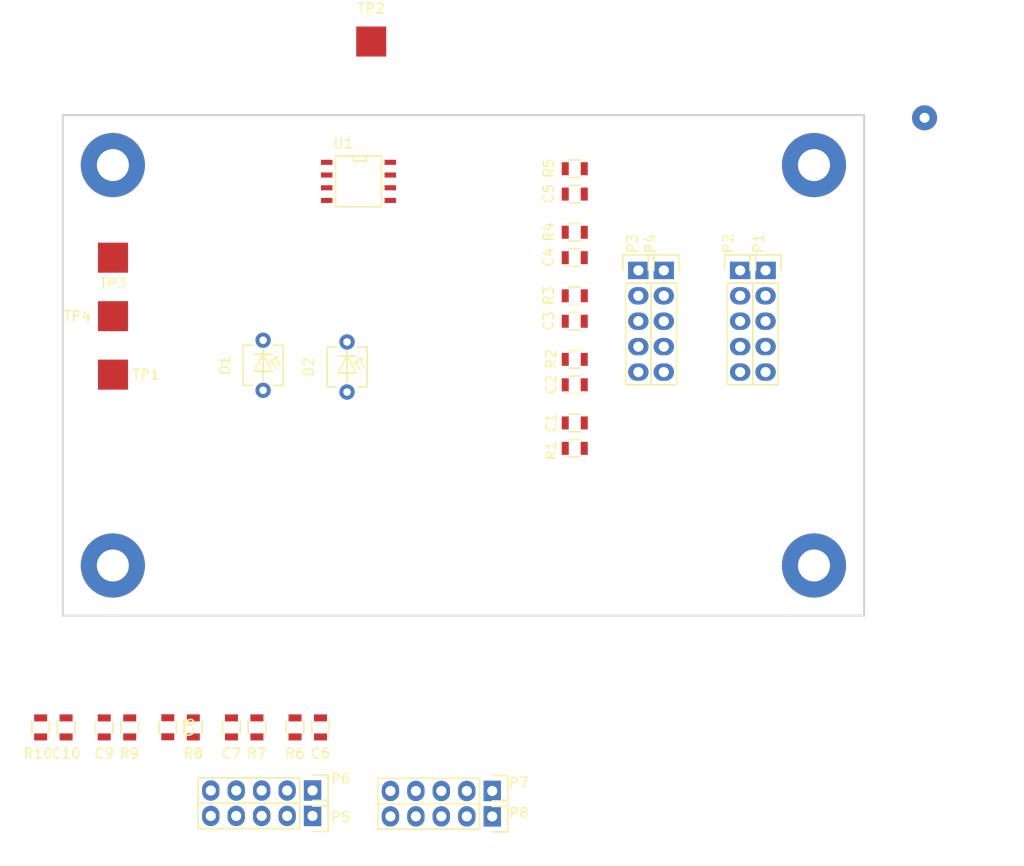
<source format=kicad_pcb>
(kicad_pcb (version 4) (host pcbnew 4.0.5+dfsg1-4)

  (general
    (links 79)
    (no_connects 79)
    (area 106.899999 80.899999 187.100001 131.100001)
    (thickness 1.6)
    (drawings 10)
    (tracks 0)
    (zones 0)
    (modules 40)
    (nets 19)
  )

  (page A4)
  (layers
    (0 F.Cu signal)
    (31 B.Cu signal hide)
    (32 B.Adhes user)
    (33 F.Adhes user)
    (34 B.Paste user)
    (35 F.Paste user)
    (36 B.SilkS user)
    (37 F.SilkS user)
    (38 B.Mask user)
    (39 F.Mask user)
    (40 Dwgs.User user hide)
    (41 Cmts.User user)
    (42 Eco1.User user)
    (43 Eco2.User user)
    (44 Edge.Cuts user)
    (45 Margin user)
    (46 B.CrtYd user)
    (47 F.CrtYd user)
    (48 B.Fab user)
    (49 F.Fab user)
  )

  (setup
    (last_trace_width 0.5)
    (user_trace_width 0.5)
    (trace_clearance 0.2)
    (zone_clearance 0.3)
    (zone_45_only no)
    (trace_min 0.2)
    (segment_width 0.2)
    (edge_width 0.2)
    (via_size 0.6)
    (via_drill 0.4)
    (via_min_size 0.4)
    (via_min_drill 0.3)
    (user_via 1 0.5)
    (uvia_size 0.3)
    (uvia_drill 0.1)
    (uvias_allowed no)
    (uvia_min_size 0.2)
    (uvia_min_drill 0.1)
    (pcb_text_width 0.3)
    (pcb_text_size 1.5 1.5)
    (mod_edge_width 0.15)
    (mod_text_size 1 1)
    (mod_text_width 0.15)
    (pad_size 2.49936 2.49936)
    (pad_drill 1.00076)
    (pad_to_mask_clearance 0.2)
    (aux_axis_origin 0 0)
    (visible_elements FFFEFF7F)
    (pcbplotparams
      (layerselection 0x00030_80000001)
      (usegerberextensions false)
      (excludeedgelayer true)
      (linewidth 0.100000)
      (plotframeref false)
      (viasonmask false)
      (mode 1)
      (useauxorigin false)
      (hpglpennumber 1)
      (hpglpenspeed 20)
      (hpglpendiameter 15)
      (hpglpenoverlay 2)
      (psnegative false)
      (psa4output false)
      (plotreference true)
      (plotvalue true)
      (plotinvisibletext false)
      (padsonsilk false)
      (subtractmaskfromsilk false)
      (outputformat 1)
      (mirror false)
      (drillshape 1)
      (scaleselection 1)
      (outputdirectory ""))
  )

  (net 0 "")
  (net 1 "Net-(C1-Pad1)")
  (net 2 "Net-(C2-Pad1)")
  (net 3 "Net-(C3-Pad1)")
  (net 4 "Net-(C4-Pad1)")
  (net 5 "Net-(C5-Pad1)")
  (net 6 "Net-(P1-Pad1)")
  (net 7 "Net-(P4-Pad1)")
  (net 8 GND)
  (net 9 +5V)
  (net 10 "Net-(C6-Pad1)")
  (net 11 "Net-(C7-Pad1)")
  (net 12 "Net-(C8-Pad1)")
  (net 13 "Net-(C9-Pad1)")
  (net 14 "Net-(C10-Pad1)")
  (net 15 "Net-(P5-Pad1)")
  (net 16 "Net-(P7-Pad1)")
  (net 17 "Net-(C1-Pad2)")
  (net 18 "Net-(C10-Pad2)")

  (net_class Default "This is the default net class."
    (clearance 0.2)
    (trace_width 0.25)
    (via_dia 0.6)
    (via_drill 0.4)
    (uvia_dia 0.3)
    (uvia_drill 0.1)
    (add_net +5V)
    (add_net GND)
    (add_net "Net-(C1-Pad1)")
    (add_net "Net-(C1-Pad2)")
    (add_net "Net-(C10-Pad1)")
    (add_net "Net-(C10-Pad2)")
    (add_net "Net-(C2-Pad1)")
    (add_net "Net-(C3-Pad1)")
    (add_net "Net-(C4-Pad1)")
    (add_net "Net-(C5-Pad1)")
    (add_net "Net-(C6-Pad1)")
    (add_net "Net-(C7-Pad1)")
    (add_net "Net-(C8-Pad1)")
    (add_net "Net-(C9-Pad1)")
    (add_net "Net-(P1-Pad1)")
    (add_net "Net-(P4-Pad1)")
    (add_net "Net-(P5-Pad1)")
    (add_net "Net-(P7-Pad1)")
  )

  (module Wire_Pads:SolderWirePad_single_1mmDrill (layer F.Cu) (tedit 58FF5630) (tstamp 58FFB7ED)
    (at 193.04 81.28)
    (fp_text reference REF** (at 0 -3.81) (layer F.SilkS) hide
      (effects (font (size 1 1) (thickness 0.15)))
    )
    (fp_text value SolderWirePad_single_1mmDrill (at -1.905 3.175) (layer F.Fab)
      (effects (font (size 1 1) (thickness 0.15)))
    )
    (pad 1 thru_hole circle (at 0 0) (size 2.49936 2.49936) (drill 1.00076) (layers *.Cu)
      (net 8 GND))
  )

  (module Mounting_Holes:MountingHole_3.2mm_M3_Pad (layer F.Cu) (tedit 58FF5599) (tstamp 58FF0A6E)
    (at 182 126)
    (descr "Mounting Hole 3.2mm, M3")
    (tags "mounting hole 3.2mm m3")
    (fp_text reference REF** (at 0 -4.2) (layer F.SilkS) hide
      (effects (font (size 1 1) (thickness 0.15)))
    )
    (fp_text value MountingHole_3.2mm_M3_Pad (at 0 4.2) (layer F.Fab)
      (effects (font (size 1 1) (thickness 0.15)))
    )
    (fp_circle (center 0 0) (end 3.2 0) (layer Cmts.User) (width 0.15))
    (fp_circle (center 0 0) (end 3.45 0) (layer F.CrtYd) (width 0.05))
    (pad 1 thru_hole circle (at 0 0) (size 6.4 6.4) (drill 3.2) (layers *.Cu *.Mask))
  )

  (module Pin_Headers:Pin_Header_Straight_1x05 (layer F.Cu) (tedit 59034155) (tstamp 5900189A)
    (at 177.165 96.52)
    (descr "Through hole pin header")
    (tags "pin header")
    (path /58FDBBF8)
    (fp_text reference P1 (at -0.7 -2.698 90) (layer F.SilkS)
      (effects (font (size 1 1) (thickness 0.15)))
    )
    (fp_text value CONN_01X05 (at 0 -3.1) (layer F.Fab)
      (effects (font (size 1 1) (thickness 0.15)))
    )
    (fp_line (start -1.55 0) (end -1.55 -1.55) (layer F.SilkS) (width 0.15))
    (fp_line (start -1.55 -1.55) (end 1.55 -1.55) (layer F.SilkS) (width 0.15))
    (fp_line (start 1.55 -1.55) (end 1.55 0) (layer F.SilkS) (width 0.15))
    (fp_line (start -1.75 -1.75) (end -1.75 11.95) (layer F.CrtYd) (width 0.05))
    (fp_line (start 1.75 -1.75) (end 1.75 11.95) (layer F.CrtYd) (width 0.05))
    (fp_line (start -1.75 -1.75) (end 1.75 -1.75) (layer F.CrtYd) (width 0.05))
    (fp_line (start -1.75 11.95) (end 1.75 11.95) (layer F.CrtYd) (width 0.05))
    (fp_line (start 1.27 1.27) (end 1.27 11.43) (layer F.SilkS) (width 0.15))
    (fp_line (start 1.27 11.43) (end -1.27 11.43) (layer F.SilkS) (width 0.15))
    (fp_line (start -1.27 11.43) (end -1.27 1.27) (layer F.SilkS) (width 0.15))
    (fp_line (start 1.27 1.27) (end -1.27 1.27) (layer F.SilkS) (width 0.15))
    (pad 1 thru_hole rect (at 0 0) (size 2.032 1.7272) (drill 1.016) (layers *.Cu *.Mask)
      (net 6 "Net-(P1-Pad1)"))
    (pad 2 thru_hole oval (at 0 2.54) (size 2.032 1.7272) (drill 1.016) (layers *.Cu *.Mask)
      (net 6 "Net-(P1-Pad1)"))
    (pad 3 thru_hole oval (at 0 5.08) (size 2.032 1.7272) (drill 1.016) (layers *.Cu *.Mask)
      (net 6 "Net-(P1-Pad1)"))
    (pad 4 thru_hole oval (at 0 7.62) (size 2.032 1.7272) (drill 1.016) (layers *.Cu *.Mask)
      (net 6 "Net-(P1-Pad1)"))
    (pad 5 thru_hole oval (at 0 10.16) (size 2.032 1.7272) (drill 1.016) (layers *.Cu *.Mask)
      (net 6 "Net-(P1-Pad1)"))
    (model Pin_Headers.3dshapes/Pin_Header_Straight_1x05.wrl
      (at (xyz 0 -0.2 0))
      (scale (xyz 1 1 1))
      (rotate (xyz 0 0 90))
    )
  )

  (module Pin_Headers:Pin_Header_Straight_1x05 (layer F.Cu) (tedit 59034157) (tstamp 590018AE)
    (at 174.625 96.52)
    (descr "Through hole pin header")
    (tags "pin header")
    (path /58FDC421)
    (fp_text reference P2 (at -1.208 -2.698 90) (layer F.SilkS)
      (effects (font (size 1 1) (thickness 0.15)))
    )
    (fp_text value CONN_01X05 (at 0 -3.1) (layer F.Fab)
      (effects (font (size 1 1) (thickness 0.15)))
    )
    (fp_line (start -1.55 0) (end -1.55 -1.55) (layer F.SilkS) (width 0.15))
    (fp_line (start -1.55 -1.55) (end 1.55 -1.55) (layer F.SilkS) (width 0.15))
    (fp_line (start 1.55 -1.55) (end 1.55 0) (layer F.SilkS) (width 0.15))
    (fp_line (start -1.75 -1.75) (end -1.75 11.95) (layer F.CrtYd) (width 0.05))
    (fp_line (start 1.75 -1.75) (end 1.75 11.95) (layer F.CrtYd) (width 0.05))
    (fp_line (start -1.75 -1.75) (end 1.75 -1.75) (layer F.CrtYd) (width 0.05))
    (fp_line (start -1.75 11.95) (end 1.75 11.95) (layer F.CrtYd) (width 0.05))
    (fp_line (start 1.27 1.27) (end 1.27 11.43) (layer F.SilkS) (width 0.15))
    (fp_line (start 1.27 11.43) (end -1.27 11.43) (layer F.SilkS) (width 0.15))
    (fp_line (start -1.27 11.43) (end -1.27 1.27) (layer F.SilkS) (width 0.15))
    (fp_line (start 1.27 1.27) (end -1.27 1.27) (layer F.SilkS) (width 0.15))
    (pad 1 thru_hole rect (at 0 0) (size 2.032 1.7272) (drill 1.016) (layers *.Cu *.Mask)
      (net 5 "Net-(C5-Pad1)"))
    (pad 2 thru_hole oval (at 0 2.54) (size 2.032 1.7272) (drill 1.016) (layers *.Cu *.Mask)
      (net 4 "Net-(C4-Pad1)"))
    (pad 3 thru_hole oval (at 0 5.08) (size 2.032 1.7272) (drill 1.016) (layers *.Cu *.Mask)
      (net 3 "Net-(C3-Pad1)"))
    (pad 4 thru_hole oval (at 0 7.62) (size 2.032 1.7272) (drill 1.016) (layers *.Cu *.Mask)
      (net 2 "Net-(C2-Pad1)"))
    (pad 5 thru_hole oval (at 0 10.16) (size 2.032 1.7272) (drill 1.016) (layers *.Cu *.Mask)
      (net 1 "Net-(C1-Pad1)"))
    (model Pin_Headers.3dshapes/Pin_Header_Straight_1x05.wrl
      (at (xyz 0 -0.2 0))
      (scale (xyz 1 1 1))
      (rotate (xyz 0 0 90))
    )
  )

  (module Pin_Headers:Pin_Header_Straight_1x05 (layer F.Cu) (tedit 58FF55EC) (tstamp 590018C2)
    (at 164.465 96.52)
    (descr "Through hole pin header")
    (tags "pin header")
    (path /58FDC9E0)
    (fp_text reference P3 (at -0.573 -2.698 90) (layer F.SilkS)
      (effects (font (size 1 1) (thickness 0.15)))
    )
    (fp_text value CONN_01X05 (at 0 -3.1) (layer F.Fab)
      (effects (font (size 1 1) (thickness 0.15)))
    )
    (fp_line (start -1.55 0) (end -1.55 -1.55) (layer F.SilkS) (width 0.15))
    (fp_line (start -1.55 -1.55) (end 1.55 -1.55) (layer F.SilkS) (width 0.15))
    (fp_line (start 1.55 -1.55) (end 1.55 0) (layer F.SilkS) (width 0.15))
    (fp_line (start -1.75 -1.75) (end -1.75 11.95) (layer F.CrtYd) (width 0.05))
    (fp_line (start 1.75 -1.75) (end 1.75 11.95) (layer F.CrtYd) (width 0.05))
    (fp_line (start -1.75 -1.75) (end 1.75 -1.75) (layer F.CrtYd) (width 0.05))
    (fp_line (start -1.75 11.95) (end 1.75 11.95) (layer F.CrtYd) (width 0.05))
    (fp_line (start 1.27 1.27) (end 1.27 11.43) (layer F.SilkS) (width 0.15))
    (fp_line (start 1.27 11.43) (end -1.27 11.43) (layer F.SilkS) (width 0.15))
    (fp_line (start -1.27 11.43) (end -1.27 1.27) (layer F.SilkS) (width 0.15))
    (fp_line (start 1.27 1.27) (end -1.27 1.27) (layer F.SilkS) (width 0.15))
    (pad 1 thru_hole rect (at 0 0) (size 2.032 1.7272) (drill 1.016) (layers *.Cu *.Mask)
      (net 5 "Net-(C5-Pad1)"))
    (pad 2 thru_hole oval (at 0 2.54) (size 2.032 1.7272) (drill 1.016) (layers *.Cu *.Mask)
      (net 4 "Net-(C4-Pad1)"))
    (pad 3 thru_hole oval (at 0 5.08) (size 2.032 1.7272) (drill 1.016) (layers *.Cu *.Mask)
      (net 3 "Net-(C3-Pad1)"))
    (pad 4 thru_hole oval (at 0 7.62) (size 2.032 1.7272) (drill 1.016) (layers *.Cu *.Mask)
      (net 2 "Net-(C2-Pad1)"))
    (pad 5 thru_hole oval (at 0 10.16) (size 2.032 1.7272) (drill 1.016) (layers *.Cu *.Mask)
      (net 1 "Net-(C1-Pad1)"))
    (model Pin_Headers.3dshapes/Pin_Header_Straight_1x05.wrl
      (at (xyz 0 -0.2 0))
      (scale (xyz 1 1 1))
      (rotate (xyz 0 0 90))
    )
  )

  (module Pin_Headers:Pin_Header_Straight_1x05 (layer F.Cu) (tedit 58FF55DB) (tstamp 590018D6)
    (at 167.005 96.52)
    (descr "Through hole pin header")
    (tags "pin header")
    (path /58FDC97C)
    (fp_text reference P4 (at -1.335 -2.698 90) (layer F.SilkS)
      (effects (font (size 1 1) (thickness 0.15)))
    )
    (fp_text value CONN_01X05 (at 0 -3.1) (layer F.Fab)
      (effects (font (size 1 1) (thickness 0.15)))
    )
    (fp_line (start -1.55 0) (end -1.55 -1.55) (layer F.SilkS) (width 0.15))
    (fp_line (start -1.55 -1.55) (end 1.55 -1.55) (layer F.SilkS) (width 0.15))
    (fp_line (start 1.55 -1.55) (end 1.55 0) (layer F.SilkS) (width 0.15))
    (fp_line (start -1.75 -1.75) (end -1.75 11.95) (layer F.CrtYd) (width 0.05))
    (fp_line (start 1.75 -1.75) (end 1.75 11.95) (layer F.CrtYd) (width 0.05))
    (fp_line (start -1.75 -1.75) (end 1.75 -1.75) (layer F.CrtYd) (width 0.05))
    (fp_line (start -1.75 11.95) (end 1.75 11.95) (layer F.CrtYd) (width 0.05))
    (fp_line (start 1.27 1.27) (end 1.27 11.43) (layer F.SilkS) (width 0.15))
    (fp_line (start 1.27 11.43) (end -1.27 11.43) (layer F.SilkS) (width 0.15))
    (fp_line (start -1.27 11.43) (end -1.27 1.27) (layer F.SilkS) (width 0.15))
    (fp_line (start 1.27 1.27) (end -1.27 1.27) (layer F.SilkS) (width 0.15))
    (pad 1 thru_hole rect (at 0 0) (size 2.032 1.7272) (drill 1.016) (layers *.Cu *.Mask)
      (net 7 "Net-(P4-Pad1)"))
    (pad 2 thru_hole oval (at 0 2.54) (size 2.032 1.7272) (drill 1.016) (layers *.Cu *.Mask)
      (net 7 "Net-(P4-Pad1)"))
    (pad 3 thru_hole oval (at 0 5.08) (size 2.032 1.7272) (drill 1.016) (layers *.Cu *.Mask)
      (net 7 "Net-(P4-Pad1)"))
    (pad 4 thru_hole oval (at 0 7.62) (size 2.032 1.7272) (drill 1.016) (layers *.Cu *.Mask)
      (net 7 "Net-(P4-Pad1)"))
    (pad 5 thru_hole oval (at 0 10.16) (size 2.032 1.7272) (drill 1.016) (layers *.Cu *.Mask)
      (net 7 "Net-(P4-Pad1)"))
    (model Pin_Headers.3dshapes/Pin_Header_Straight_1x05.wrl
      (at (xyz 0 -0.2 0))
      (scale (xyz 1 1 1))
      (rotate (xyz 0 0 90))
    )
  )

  (module Photodiodes:BPW34FA (layer F.Cu) (tedit 58FDDC7C) (tstamp 59009014)
    (at 127 106 270)
    (path /58FDDC96)
    (fp_text reference D1 (at 0 3.81 270) (layer F.SilkS)
      (effects (font (size 1 1) (thickness 0.15)))
    )
    (fp_text value BPW34FA (at 0 -3.81 270) (layer F.Fab)
      (effects (font (size 1 1) (thickness 0.15)))
    )
    (fp_line (start -0.8 -1.2) (end -0.6 -1.1) (layer F.SilkS) (width 0.15))
    (fp_line (start -0.8 -1.2) (end -0.8 -1.5) (layer F.SilkS) (width 0.15))
    (fp_line (start -0.5 -0.8) (end -0.5 -1) (layer F.SilkS) (width 0.15))
    (fp_line (start -0.5 -1) (end -0.5 -0.8) (layer F.SilkS) (width 0.15))
    (fp_line (start -0.5 -0.8) (end -0.3 -0.7) (layer F.SilkS) (width 0.15))
    (fp_line (start -0.5 -0.8) (end 0.3 -1.3) (layer F.SilkS) (width 0.15))
    (fp_line (start -0.8 -1.2) (end 0 -1.7) (layer F.SilkS) (width 0.15))
    (fp_line (start -1.1 -0.9) (end -1.1 0.9) (layer F.SilkS) (width 0.15))
    (fp_line (start -1.1 0) (end 0.6 0.9) (layer F.SilkS) (width 0.15))
    (fp_line (start 0.6 0) (end 0.6 0.9) (layer F.SilkS) (width 0.15))
    (fp_line (start 0.6 -0.9) (end 0.6 0) (layer F.SilkS) (width 0.15))
    (fp_line (start -1.1 0) (end 0.6 -0.9) (layer F.SilkS) (width 0.15))
    (fp_line (start -1.6 0) (end 1.5 0) (layer F.SilkS) (width 0.15))
    (fp_line (start 1.5 0) (end 1.6 0) (layer F.SilkS) (width 0.15))
    (fp_line (start 2 1) (end 2 2) (layer F.SilkS) (width 0.15))
    (fp_line (start 2 -2) (end 2 -1) (layer F.SilkS) (width 0.15))
    (fp_line (start -2 1) (end -2 2) (layer F.SilkS) (width 0.15))
    (fp_line (start -2 -2) (end 2 -2) (layer F.SilkS) (width 0.15))
    (fp_line (start -2 2) (end 2 2) (layer F.SilkS) (width 0.15))
    (fp_line (start -2 -2) (end -2 -1) (layer F.SilkS) (width 0.15))
    (pad 1 thru_hole circle (at -2.5 0 270) (size 1.524 1.524) (drill 0.762) (layers *.Cu *.Mask)
      (net 17 "Net-(C1-Pad2)"))
    (pad 2 thru_hole circle (at 2.5 0 270) (size 1.524 1.524) (drill 0.762) (layers *.Cu *.Mask)
      (net 8 GND))
  )

  (module Photodiodes:BPW34FA (layer F.Cu) (tedit 58FDDC7C) (tstamp 59009298)
    (at 135.382 106.172 270)
    (path /58FE921C)
    (fp_text reference D2 (at 0 3.81 270) (layer F.SilkS)
      (effects (font (size 1 1) (thickness 0.15)))
    )
    (fp_text value BPW34 (at 0 -3.81 270) (layer F.Fab)
      (effects (font (size 1 1) (thickness 0.15)))
    )
    (fp_line (start -0.8 -1.2) (end -0.6 -1.1) (layer F.SilkS) (width 0.15))
    (fp_line (start -0.8 -1.2) (end -0.8 -1.5) (layer F.SilkS) (width 0.15))
    (fp_line (start -0.5 -0.8) (end -0.5 -1) (layer F.SilkS) (width 0.15))
    (fp_line (start -0.5 -1) (end -0.5 -0.8) (layer F.SilkS) (width 0.15))
    (fp_line (start -0.5 -0.8) (end -0.3 -0.7) (layer F.SilkS) (width 0.15))
    (fp_line (start -0.5 -0.8) (end 0.3 -1.3) (layer F.SilkS) (width 0.15))
    (fp_line (start -0.8 -1.2) (end 0 -1.7) (layer F.SilkS) (width 0.15))
    (fp_line (start -1.1 -0.9) (end -1.1 0.9) (layer F.SilkS) (width 0.15))
    (fp_line (start -1.1 0) (end 0.6 0.9) (layer F.SilkS) (width 0.15))
    (fp_line (start 0.6 0) (end 0.6 0.9) (layer F.SilkS) (width 0.15))
    (fp_line (start 0.6 -0.9) (end 0.6 0) (layer F.SilkS) (width 0.15))
    (fp_line (start -1.1 0) (end 0.6 -0.9) (layer F.SilkS) (width 0.15))
    (fp_line (start -1.6 0) (end 1.5 0) (layer F.SilkS) (width 0.15))
    (fp_line (start 1.5 0) (end 1.6 0) (layer F.SilkS) (width 0.15))
    (fp_line (start 2 1) (end 2 2) (layer F.SilkS) (width 0.15))
    (fp_line (start 2 -2) (end 2 -1) (layer F.SilkS) (width 0.15))
    (fp_line (start -2 1) (end -2 2) (layer F.SilkS) (width 0.15))
    (fp_line (start -2 -2) (end 2 -2) (layer F.SilkS) (width 0.15))
    (fp_line (start -2 2) (end 2 2) (layer F.SilkS) (width 0.15))
    (fp_line (start -2 -2) (end -2 -1) (layer F.SilkS) (width 0.15))
    (pad 1 thru_hole circle (at -2.5 0 270) (size 1.524 1.524) (drill 0.762) (layers *.Cu *.Mask)
      (net 18 "Net-(C10-Pad2)"))
    (pad 2 thru_hole circle (at 2.5 0 270) (size 1.524 1.524) (drill 0.762) (layers *.Cu *.Mask)
      (net 8 GND))
  )

  (module Pin_Headers:Pin_Header_Straight_1x05 (layer F.Cu) (tedit 58FF55E4) (tstamp 590092AC)
    (at 131.937 151.02 270)
    (descr "Through hole pin header")
    (tags "pin header")
    (path /58FE91E6)
    (fp_text reference P5 (at 0.11 -2.81 360) (layer F.SilkS)
      (effects (font (size 1 1) (thickness 0.15)))
    )
    (fp_text value CONN_01X05 (at 0 -3.1 270) (layer F.Fab)
      (effects (font (size 1 1) (thickness 0.15)))
    )
    (fp_line (start -1.55 0) (end -1.55 -1.55) (layer F.SilkS) (width 0.15))
    (fp_line (start -1.55 -1.55) (end 1.55 -1.55) (layer F.SilkS) (width 0.15))
    (fp_line (start 1.55 -1.55) (end 1.55 0) (layer F.SilkS) (width 0.15))
    (fp_line (start -1.75 -1.75) (end -1.75 11.95) (layer F.CrtYd) (width 0.05))
    (fp_line (start 1.75 -1.75) (end 1.75 11.95) (layer F.CrtYd) (width 0.05))
    (fp_line (start -1.75 -1.75) (end 1.75 -1.75) (layer F.CrtYd) (width 0.05))
    (fp_line (start -1.75 11.95) (end 1.75 11.95) (layer F.CrtYd) (width 0.05))
    (fp_line (start 1.27 1.27) (end 1.27 11.43) (layer F.SilkS) (width 0.15))
    (fp_line (start 1.27 11.43) (end -1.27 11.43) (layer F.SilkS) (width 0.15))
    (fp_line (start -1.27 11.43) (end -1.27 1.27) (layer F.SilkS) (width 0.15))
    (fp_line (start 1.27 1.27) (end -1.27 1.27) (layer F.SilkS) (width 0.15))
    (pad 1 thru_hole rect (at 0 0 270) (size 2.032 1.7272) (drill 1.016) (layers *.Cu *.Mask)
      (net 15 "Net-(P5-Pad1)"))
    (pad 2 thru_hole oval (at 0 2.54 270) (size 2.032 1.7272) (drill 1.016) (layers *.Cu *.Mask)
      (net 15 "Net-(P5-Pad1)"))
    (pad 3 thru_hole oval (at 0 5.08 270) (size 2.032 1.7272) (drill 1.016) (layers *.Cu *.Mask)
      (net 15 "Net-(P5-Pad1)"))
    (pad 4 thru_hole oval (at 0 7.62 270) (size 2.032 1.7272) (drill 1.016) (layers *.Cu *.Mask)
      (net 15 "Net-(P5-Pad1)"))
    (pad 5 thru_hole oval (at 0 10.16 270) (size 2.032 1.7272) (drill 1.016) (layers *.Cu *.Mask)
      (net 15 "Net-(P5-Pad1)"))
    (model Pin_Headers.3dshapes/Pin_Header_Straight_1x05.wrl
      (at (xyz 0 -0.2 0))
      (scale (xyz 1 1 1))
      (rotate (xyz 0 0 90))
    )
  )

  (module Pin_Headers:Pin_Header_Straight_1x05 (layer F.Cu) (tedit 58FF55EF) (tstamp 590092C0)
    (at 131.937 148.48 270)
    (descr "Through hole pin header")
    (tags "pin header")
    (path /58FE928D)
    (fp_text reference P6 (at -1.16 -2.81 360) (layer F.SilkS)
      (effects (font (size 1 1) (thickness 0.15)))
    )
    (fp_text value CONN_01X05 (at 0 -3.1 270) (layer F.Fab)
      (effects (font (size 1 1) (thickness 0.15)))
    )
    (fp_line (start -1.55 0) (end -1.55 -1.55) (layer F.SilkS) (width 0.15))
    (fp_line (start -1.55 -1.55) (end 1.55 -1.55) (layer F.SilkS) (width 0.15))
    (fp_line (start 1.55 -1.55) (end 1.55 0) (layer F.SilkS) (width 0.15))
    (fp_line (start -1.75 -1.75) (end -1.75 11.95) (layer F.CrtYd) (width 0.05))
    (fp_line (start 1.75 -1.75) (end 1.75 11.95) (layer F.CrtYd) (width 0.05))
    (fp_line (start -1.75 -1.75) (end 1.75 -1.75) (layer F.CrtYd) (width 0.05))
    (fp_line (start -1.75 11.95) (end 1.75 11.95) (layer F.CrtYd) (width 0.05))
    (fp_line (start 1.27 1.27) (end 1.27 11.43) (layer F.SilkS) (width 0.15))
    (fp_line (start 1.27 11.43) (end -1.27 11.43) (layer F.SilkS) (width 0.15))
    (fp_line (start -1.27 11.43) (end -1.27 1.27) (layer F.SilkS) (width 0.15))
    (fp_line (start 1.27 1.27) (end -1.27 1.27) (layer F.SilkS) (width 0.15))
    (pad 1 thru_hole rect (at 0 0 270) (size 2.032 1.7272) (drill 1.016) (layers *.Cu *.Mask)
      (net 10 "Net-(C6-Pad1)"))
    (pad 2 thru_hole oval (at 0 2.54 270) (size 2.032 1.7272) (drill 1.016) (layers *.Cu *.Mask)
      (net 11 "Net-(C7-Pad1)"))
    (pad 3 thru_hole oval (at 0 5.08 270) (size 2.032 1.7272) (drill 1.016) (layers *.Cu *.Mask)
      (net 12 "Net-(C8-Pad1)"))
    (pad 4 thru_hole oval (at 0 7.62 270) (size 2.032 1.7272) (drill 1.016) (layers *.Cu *.Mask)
      (net 13 "Net-(C9-Pad1)"))
    (pad 5 thru_hole oval (at 0 10.16 270) (size 2.032 1.7272) (drill 1.016) (layers *.Cu *.Mask)
      (net 14 "Net-(C10-Pad1)"))
    (model Pin_Headers.3dshapes/Pin_Header_Straight_1x05.wrl
      (at (xyz 0 -0.2 0))
      (scale (xyz 1 1 1))
      (rotate (xyz 0 0 90))
    )
  )

  (module Pin_Headers:Pin_Header_Straight_1x05 (layer F.Cu) (tedit 5903413E) (tstamp 590092D4)
    (at 149.875 148.525 270)
    (descr "Through hole pin header")
    (tags "pin header")
    (path /58FE91CE)
    (fp_text reference P7 (at -0.824 -2.652 360) (layer F.SilkS)
      (effects (font (size 1 1) (thickness 0.15)))
    )
    (fp_text value CONN_01X05 (at 0 -3.1 270) (layer F.Fab)
      (effects (font (size 1 1) (thickness 0.15)))
    )
    (fp_line (start -1.55 0) (end -1.55 -1.55) (layer F.SilkS) (width 0.15))
    (fp_line (start -1.55 -1.55) (end 1.55 -1.55) (layer F.SilkS) (width 0.15))
    (fp_line (start 1.55 -1.55) (end 1.55 0) (layer F.SilkS) (width 0.15))
    (fp_line (start -1.75 -1.75) (end -1.75 11.95) (layer F.CrtYd) (width 0.05))
    (fp_line (start 1.75 -1.75) (end 1.75 11.95) (layer F.CrtYd) (width 0.05))
    (fp_line (start -1.75 -1.75) (end 1.75 -1.75) (layer F.CrtYd) (width 0.05))
    (fp_line (start -1.75 11.95) (end 1.75 11.95) (layer F.CrtYd) (width 0.05))
    (fp_line (start 1.27 1.27) (end 1.27 11.43) (layer F.SilkS) (width 0.15))
    (fp_line (start 1.27 11.43) (end -1.27 11.43) (layer F.SilkS) (width 0.15))
    (fp_line (start -1.27 11.43) (end -1.27 1.27) (layer F.SilkS) (width 0.15))
    (fp_line (start 1.27 1.27) (end -1.27 1.27) (layer F.SilkS) (width 0.15))
    (pad 1 thru_hole rect (at 0 0 270) (size 2.032 1.7272) (drill 1.016) (layers *.Cu *.Mask)
      (net 16 "Net-(P7-Pad1)"))
    (pad 2 thru_hole oval (at 0 2.54 270) (size 2.032 1.7272) (drill 1.016) (layers *.Cu *.Mask)
      (net 16 "Net-(P7-Pad1)"))
    (pad 3 thru_hole oval (at 0 5.08 270) (size 2.032 1.7272) (drill 1.016) (layers *.Cu *.Mask)
      (net 16 "Net-(P7-Pad1)"))
    (pad 4 thru_hole oval (at 0 7.62 270) (size 2.032 1.7272) (drill 1.016) (layers *.Cu *.Mask)
      (net 16 "Net-(P7-Pad1)"))
    (pad 5 thru_hole oval (at 0 10.16 270) (size 2.032 1.7272) (drill 1.016) (layers *.Cu *.Mask)
      (net 16 "Net-(P7-Pad1)"))
    (model Pin_Headers.3dshapes/Pin_Header_Straight_1x05.wrl
      (at (xyz 0 -0.2 0))
      (scale (xyz 1 1 1))
      (rotate (xyz 0 0 90))
    )
  )

  (module Pin_Headers:Pin_Header_Straight_1x05 (layer F.Cu) (tedit 59034127) (tstamp 590092E8)
    (at 149.875 151.065 270)
    (descr "Through hole pin header")
    (tags "pin header")
    (path /58FE91D4)
    (fp_text reference P8 (at -0.316 -2.652 360) (layer F.SilkS)
      (effects (font (size 1 1) (thickness 0.15)))
    )
    (fp_text value CONN_01X05 (at 0 -3.1 270) (layer F.Fab)
      (effects (font (size 1 1) (thickness 0.15)))
    )
    (fp_line (start -1.55 0) (end -1.55 -1.55) (layer F.SilkS) (width 0.15))
    (fp_line (start -1.55 -1.55) (end 1.55 -1.55) (layer F.SilkS) (width 0.15))
    (fp_line (start 1.55 -1.55) (end 1.55 0) (layer F.SilkS) (width 0.15))
    (fp_line (start -1.75 -1.75) (end -1.75 11.95) (layer F.CrtYd) (width 0.05))
    (fp_line (start 1.75 -1.75) (end 1.75 11.95) (layer F.CrtYd) (width 0.05))
    (fp_line (start -1.75 -1.75) (end 1.75 -1.75) (layer F.CrtYd) (width 0.05))
    (fp_line (start -1.75 11.95) (end 1.75 11.95) (layer F.CrtYd) (width 0.05))
    (fp_line (start 1.27 1.27) (end 1.27 11.43) (layer F.SilkS) (width 0.15))
    (fp_line (start 1.27 11.43) (end -1.27 11.43) (layer F.SilkS) (width 0.15))
    (fp_line (start -1.27 11.43) (end -1.27 1.27) (layer F.SilkS) (width 0.15))
    (fp_line (start 1.27 1.27) (end -1.27 1.27) (layer F.SilkS) (width 0.15))
    (pad 1 thru_hole rect (at 0 0 270) (size 2.032 1.7272) (drill 1.016) (layers *.Cu *.Mask)
      (net 10 "Net-(C6-Pad1)"))
    (pad 2 thru_hole oval (at 0 2.54 270) (size 2.032 1.7272) (drill 1.016) (layers *.Cu *.Mask)
      (net 11 "Net-(C7-Pad1)"))
    (pad 3 thru_hole oval (at 0 5.08 270) (size 2.032 1.7272) (drill 1.016) (layers *.Cu *.Mask)
      (net 12 "Net-(C8-Pad1)"))
    (pad 4 thru_hole oval (at 0 7.62 270) (size 2.032 1.7272) (drill 1.016) (layers *.Cu *.Mask)
      (net 13 "Net-(C9-Pad1)"))
    (pad 5 thru_hole oval (at 0 10.16 270) (size 2.032 1.7272) (drill 1.016) (layers *.Cu *.Mask)
      (net 14 "Net-(C10-Pad1)"))
    (model Pin_Headers.3dshapes/Pin_Header_Straight_1x05.wrl
      (at (xyz 0 -0.2 0))
      (scale (xyz 1 1 1))
      (rotate (xyz 0 0 90))
    )
  )

  (module Resistors_SMD:R_0805 (layer F.Cu) (tedit 58FF540D) (tstamp 59009338)
    (at 104.79 142.175 270)
    (descr "Resistor SMD 0805, reflow soldering, Vishay (see dcrcw.pdf)")
    (tags "resistor 0805")
    (path /58FE91DA)
    (attr smd)
    (fp_text reference R10 (at 2.605 0.269 360) (layer F.SilkS)
      (effects (font (size 1 1) (thickness 0.15)))
    )
    (fp_text value 100M (at 0 2.1 270) (layer F.Fab)
      (effects (font (size 1 1) (thickness 0.15)))
    )
    (fp_line (start -1 0.625) (end -1 -0.625) (layer F.Fab) (width 0.1))
    (fp_line (start 1 0.625) (end -1 0.625) (layer F.Fab) (width 0.1))
    (fp_line (start 1 -0.625) (end 1 0.625) (layer F.Fab) (width 0.1))
    (fp_line (start -1 -0.625) (end 1 -0.625) (layer F.Fab) (width 0.1))
    (fp_line (start -1.6 -1) (end 1.6 -1) (layer F.CrtYd) (width 0.05))
    (fp_line (start -1.6 1) (end 1.6 1) (layer F.CrtYd) (width 0.05))
    (fp_line (start -1.6 -1) (end -1.6 1) (layer F.CrtYd) (width 0.05))
    (fp_line (start 1.6 -1) (end 1.6 1) (layer F.CrtYd) (width 0.05))
    (fp_line (start 0.6 0.875) (end -0.6 0.875) (layer F.SilkS) (width 0.15))
    (fp_line (start -0.6 -0.875) (end 0.6 -0.875) (layer F.SilkS) (width 0.15))
    (pad 1 smd rect (at -0.95 0 270) (size 0.7 1.3) (layers F.Cu F.Paste F.Mask)
      (net 14 "Net-(C10-Pad1)"))
    (pad 2 smd rect (at 0.95 0 270) (size 0.7 1.3) (layers F.Cu F.Paste F.Mask)
      (net 18 "Net-(C10-Pad2)"))
    (model Resistors_SMD.3dshapes/R_0805.wrl
      (at (xyz 0 0 0))
      (scale (xyz 1 1 1))
      (rotate (xyz 0 0 0))
    )
  )

  (module Resistors_SMD:R_0805 (layer F.Cu) (tedit 58FF55A4) (tstamp 58FDEFD0)
    (at 158.115 114.3 180)
    (descr "Resistor SMD 0805, reflow soldering, Vishay (see dcrcw.pdf)")
    (tags "resistor 0805")
    (path /58FDC47A)
    (attr smd)
    (fp_text reference R1 (at 2.351 -0.223 270) (layer F.SilkS)
      (effects (font (size 1 1) (thickness 0.15)))
    )
    (fp_text value 100M (at 0 2.1 180) (layer F.Fab)
      (effects (font (size 1 1) (thickness 0.15)))
    )
    (fp_line (start -1 0.625) (end -1 -0.625) (layer F.Fab) (width 0.1))
    (fp_line (start 1 0.625) (end -1 0.625) (layer F.Fab) (width 0.1))
    (fp_line (start 1 -0.625) (end 1 0.625) (layer F.Fab) (width 0.1))
    (fp_line (start -1 -0.625) (end 1 -0.625) (layer F.Fab) (width 0.1))
    (fp_line (start -1.6 -1) (end 1.6 -1) (layer F.CrtYd) (width 0.05))
    (fp_line (start -1.6 1) (end 1.6 1) (layer F.CrtYd) (width 0.05))
    (fp_line (start -1.6 -1) (end -1.6 1) (layer F.CrtYd) (width 0.05))
    (fp_line (start 1.6 -1) (end 1.6 1) (layer F.CrtYd) (width 0.05))
    (fp_line (start 0.6 0.875) (end -0.6 0.875) (layer F.SilkS) (width 0.15))
    (fp_line (start -0.6 -0.875) (end 0.6 -0.875) (layer F.SilkS) (width 0.15))
    (pad 1 smd rect (at -0.95 0 180) (size 0.7 1.3) (layers F.Cu F.Paste F.Mask)
      (net 1 "Net-(C1-Pad1)"))
    (pad 2 smd rect (at 0.95 0 180) (size 0.7 1.3) (layers F.Cu F.Paste F.Mask)
      (net 17 "Net-(C1-Pad2)"))
    (model Resistors_SMD.3dshapes/R_0805.wrl
      (at (xyz 0 0 0))
      (scale (xyz 1 1 1))
      (rotate (xyz 0 0 0))
    )
  )

  (module Resistors_SMD:R_0805 (layer F.Cu) (tedit 58FF5584) (tstamp 58FDEFD5)
    (at 158.115 105.41 180)
    (descr "Resistor SMD 0805, reflow soldering, Vishay (see dcrcw.pdf)")
    (tags "resistor 0805")
    (path /58FDCBC3)
    (attr smd)
    (fp_text reference R2 (at 2.351 0.031 270) (layer F.SilkS)
      (effects (font (size 1 1) (thickness 0.15)))
    )
    (fp_text value 10M (at 0 2.1 180) (layer F.Fab)
      (effects (font (size 1 1) (thickness 0.15)))
    )
    (fp_line (start -1 0.625) (end -1 -0.625) (layer F.Fab) (width 0.1))
    (fp_line (start 1 0.625) (end -1 0.625) (layer F.Fab) (width 0.1))
    (fp_line (start 1 -0.625) (end 1 0.625) (layer F.Fab) (width 0.1))
    (fp_line (start -1 -0.625) (end 1 -0.625) (layer F.Fab) (width 0.1))
    (fp_line (start -1.6 -1) (end 1.6 -1) (layer F.CrtYd) (width 0.05))
    (fp_line (start -1.6 1) (end 1.6 1) (layer F.CrtYd) (width 0.05))
    (fp_line (start -1.6 -1) (end -1.6 1) (layer F.CrtYd) (width 0.05))
    (fp_line (start 1.6 -1) (end 1.6 1) (layer F.CrtYd) (width 0.05))
    (fp_line (start 0.6 0.875) (end -0.6 0.875) (layer F.SilkS) (width 0.15))
    (fp_line (start -0.6 -0.875) (end 0.6 -0.875) (layer F.SilkS) (width 0.15))
    (pad 1 smd rect (at -0.95 0 180) (size 0.7 1.3) (layers F.Cu F.Paste F.Mask)
      (net 2 "Net-(C2-Pad1)"))
    (pad 2 smd rect (at 0.95 0 180) (size 0.7 1.3) (layers F.Cu F.Paste F.Mask)
      (net 17 "Net-(C1-Pad2)"))
    (model Resistors_SMD.3dshapes/R_0805.wrl
      (at (xyz 0 0 0))
      (scale (xyz 1 1 1))
      (rotate (xyz 0 0 0))
    )
  )

  (module Resistors_SMD:R_0805 (layer F.Cu) (tedit 58FF5579) (tstamp 58FDEFDA)
    (at 158.115 99.06 180)
    (descr "Resistor SMD 0805, reflow soldering, Vishay (see dcrcw.pdf)")
    (tags "resistor 0805")
    (path /58FDCCA7)
    (attr smd)
    (fp_text reference R3 (at 2.605 0.031 270) (layer F.SilkS)
      (effects (font (size 1 1) (thickness 0.15)))
    )
    (fp_text value 1M (at 0 2.1 180) (layer F.Fab)
      (effects (font (size 1 1) (thickness 0.15)))
    )
    (fp_line (start -1 0.625) (end -1 -0.625) (layer F.Fab) (width 0.1))
    (fp_line (start 1 0.625) (end -1 0.625) (layer F.Fab) (width 0.1))
    (fp_line (start 1 -0.625) (end 1 0.625) (layer F.Fab) (width 0.1))
    (fp_line (start -1 -0.625) (end 1 -0.625) (layer F.Fab) (width 0.1))
    (fp_line (start -1.6 -1) (end 1.6 -1) (layer F.CrtYd) (width 0.05))
    (fp_line (start -1.6 1) (end 1.6 1) (layer F.CrtYd) (width 0.05))
    (fp_line (start -1.6 -1) (end -1.6 1) (layer F.CrtYd) (width 0.05))
    (fp_line (start 1.6 -1) (end 1.6 1) (layer F.CrtYd) (width 0.05))
    (fp_line (start 0.6 0.875) (end -0.6 0.875) (layer F.SilkS) (width 0.15))
    (fp_line (start -0.6 -0.875) (end 0.6 -0.875) (layer F.SilkS) (width 0.15))
    (pad 1 smd rect (at -0.95 0 180) (size 0.7 1.3) (layers F.Cu F.Paste F.Mask)
      (net 3 "Net-(C3-Pad1)"))
    (pad 2 smd rect (at 0.95 0 180) (size 0.7 1.3) (layers F.Cu F.Paste F.Mask)
      (net 17 "Net-(C1-Pad2)"))
    (model Resistors_SMD.3dshapes/R_0805.wrl
      (at (xyz 0 0 0))
      (scale (xyz 1 1 1))
      (rotate (xyz 0 0 0))
    )
  )

  (module Resistors_SMD:R_0805 (layer F.Cu) (tedit 58FF556D) (tstamp 58FDEFDF)
    (at 158.115 92.71 180)
    (descr "Resistor SMD 0805, reflow soldering, Vishay (see dcrcw.pdf)")
    (tags "resistor 0805")
    (path /58FDCD16)
    (attr smd)
    (fp_text reference R4 (at 2.605 0.031 270) (layer F.SilkS)
      (effects (font (size 1 1) (thickness 0.15)))
    )
    (fp_text value 100k (at 0 2.1 180) (layer F.Fab)
      (effects (font (size 1 1) (thickness 0.15)))
    )
    (fp_line (start -1 0.625) (end -1 -0.625) (layer F.Fab) (width 0.1))
    (fp_line (start 1 0.625) (end -1 0.625) (layer F.Fab) (width 0.1))
    (fp_line (start 1 -0.625) (end 1 0.625) (layer F.Fab) (width 0.1))
    (fp_line (start -1 -0.625) (end 1 -0.625) (layer F.Fab) (width 0.1))
    (fp_line (start -1.6 -1) (end 1.6 -1) (layer F.CrtYd) (width 0.05))
    (fp_line (start -1.6 1) (end 1.6 1) (layer F.CrtYd) (width 0.05))
    (fp_line (start -1.6 -1) (end -1.6 1) (layer F.CrtYd) (width 0.05))
    (fp_line (start 1.6 -1) (end 1.6 1) (layer F.CrtYd) (width 0.05))
    (fp_line (start 0.6 0.875) (end -0.6 0.875) (layer F.SilkS) (width 0.15))
    (fp_line (start -0.6 -0.875) (end 0.6 -0.875) (layer F.SilkS) (width 0.15))
    (pad 1 smd rect (at -0.95 0 180) (size 0.7 1.3) (layers F.Cu F.Paste F.Mask)
      (net 4 "Net-(C4-Pad1)"))
    (pad 2 smd rect (at 0.95 0 180) (size 0.7 1.3) (layers F.Cu F.Paste F.Mask)
      (net 17 "Net-(C1-Pad2)"))
    (model Resistors_SMD.3dshapes/R_0805.wrl
      (at (xyz 0 0 0))
      (scale (xyz 1 1 1))
      (rotate (xyz 0 0 0))
    )
  )

  (module Resistors_SMD:R_0805 (layer F.Cu) (tedit 58FF5544) (tstamp 58FDEFE4)
    (at 158.115 86.36 180)
    (descr "Resistor SMD 0805, reflow soldering, Vishay (see dcrcw.pdf)")
    (tags "resistor 0805")
    (path /58FDCDBF)
    (attr smd)
    (fp_text reference R5 (at 2.605 0.031 270) (layer F.SilkS)
      (effects (font (size 1 1) (thickness 0.15)))
    )
    (fp_text value 10k (at 0 2.1 180) (layer F.Fab)
      (effects (font (size 1 1) (thickness 0.15)))
    )
    (fp_line (start -1 0.625) (end -1 -0.625) (layer F.Fab) (width 0.1))
    (fp_line (start 1 0.625) (end -1 0.625) (layer F.Fab) (width 0.1))
    (fp_line (start 1 -0.625) (end 1 0.625) (layer F.Fab) (width 0.1))
    (fp_line (start -1 -0.625) (end 1 -0.625) (layer F.Fab) (width 0.1))
    (fp_line (start -1.6 -1) (end 1.6 -1) (layer F.CrtYd) (width 0.05))
    (fp_line (start -1.6 1) (end 1.6 1) (layer F.CrtYd) (width 0.05))
    (fp_line (start -1.6 -1) (end -1.6 1) (layer F.CrtYd) (width 0.05))
    (fp_line (start 1.6 -1) (end 1.6 1) (layer F.CrtYd) (width 0.05))
    (fp_line (start 0.6 0.875) (end -0.6 0.875) (layer F.SilkS) (width 0.15))
    (fp_line (start -0.6 -0.875) (end 0.6 -0.875) (layer F.SilkS) (width 0.15))
    (pad 1 smd rect (at -0.95 0 180) (size 0.7 1.3) (layers F.Cu F.Paste F.Mask)
      (net 5 "Net-(C5-Pad1)"))
    (pad 2 smd rect (at 0.95 0 180) (size 0.7 1.3) (layers F.Cu F.Paste F.Mask)
      (net 17 "Net-(C1-Pad2)"))
    (model Resistors_SMD.3dshapes/R_0805.wrl
      (at (xyz 0 0 0))
      (scale (xyz 1 1 1))
      (rotate (xyz 0 0 0))
    )
  )

  (module Resistors_SMD:R_0805 (layer F.Cu) (tedit 58FF53CF) (tstamp 58FDEFE9)
    (at 130.19 142.175 270)
    (descr "Resistor SMD 0805, reflow soldering, Vishay (see dcrcw.pdf)")
    (tags "resistor 0805")
    (path /58FE9210)
    (attr smd)
    (fp_text reference R6 (at 2.605 0.015 360) (layer F.SilkS)
      (effects (font (size 1 1) (thickness 0.15)))
    )
    (fp_text value 10k (at 0 2.1 270) (layer F.Fab)
      (effects (font (size 1 1) (thickness 0.15)))
    )
    (fp_line (start -1 0.625) (end -1 -0.625) (layer F.Fab) (width 0.1))
    (fp_line (start 1 0.625) (end -1 0.625) (layer F.Fab) (width 0.1))
    (fp_line (start 1 -0.625) (end 1 0.625) (layer F.Fab) (width 0.1))
    (fp_line (start -1 -0.625) (end 1 -0.625) (layer F.Fab) (width 0.1))
    (fp_line (start -1.6 -1) (end 1.6 -1) (layer F.CrtYd) (width 0.05))
    (fp_line (start -1.6 1) (end 1.6 1) (layer F.CrtYd) (width 0.05))
    (fp_line (start -1.6 -1) (end -1.6 1) (layer F.CrtYd) (width 0.05))
    (fp_line (start 1.6 -1) (end 1.6 1) (layer F.CrtYd) (width 0.05))
    (fp_line (start 0.6 0.875) (end -0.6 0.875) (layer F.SilkS) (width 0.15))
    (fp_line (start -0.6 -0.875) (end 0.6 -0.875) (layer F.SilkS) (width 0.15))
    (pad 1 smd rect (at -0.95 0 270) (size 0.7 1.3) (layers F.Cu F.Paste F.Mask)
      (net 10 "Net-(C6-Pad1)"))
    (pad 2 smd rect (at 0.95 0 270) (size 0.7 1.3) (layers F.Cu F.Paste F.Mask)
      (net 18 "Net-(C10-Pad2)"))
    (model Resistors_SMD.3dshapes/R_0805.wrl
      (at (xyz 0 0 0))
      (scale (xyz 1 1 1))
      (rotate (xyz 0 0 0))
    )
  )

  (module Resistors_SMD:R_0805 (layer F.Cu) (tedit 58FF53DA) (tstamp 58FDEFEE)
    (at 126.38 142.175 270)
    (descr "Resistor SMD 0805, reflow soldering, Vishay (see dcrcw.pdf)")
    (tags "resistor 0805")
    (path /58FE9204)
    (attr smd)
    (fp_text reference R7 (at 2.605 0.015 360) (layer F.SilkS)
      (effects (font (size 1 1) (thickness 0.15)))
    )
    (fp_text value 100k (at 0 2.1 270) (layer F.Fab)
      (effects (font (size 1 1) (thickness 0.15)))
    )
    (fp_line (start -1 0.625) (end -1 -0.625) (layer F.Fab) (width 0.1))
    (fp_line (start 1 0.625) (end -1 0.625) (layer F.Fab) (width 0.1))
    (fp_line (start 1 -0.625) (end 1 0.625) (layer F.Fab) (width 0.1))
    (fp_line (start -1 -0.625) (end 1 -0.625) (layer F.Fab) (width 0.1))
    (fp_line (start -1.6 -1) (end 1.6 -1) (layer F.CrtYd) (width 0.05))
    (fp_line (start -1.6 1) (end 1.6 1) (layer F.CrtYd) (width 0.05))
    (fp_line (start -1.6 -1) (end -1.6 1) (layer F.CrtYd) (width 0.05))
    (fp_line (start 1.6 -1) (end 1.6 1) (layer F.CrtYd) (width 0.05))
    (fp_line (start 0.6 0.875) (end -0.6 0.875) (layer F.SilkS) (width 0.15))
    (fp_line (start -0.6 -0.875) (end 0.6 -0.875) (layer F.SilkS) (width 0.15))
    (pad 1 smd rect (at -0.95 0 270) (size 0.7 1.3) (layers F.Cu F.Paste F.Mask)
      (net 11 "Net-(C7-Pad1)"))
    (pad 2 smd rect (at 0.95 0 270) (size 0.7 1.3) (layers F.Cu F.Paste F.Mask)
      (net 18 "Net-(C10-Pad2)"))
    (model Resistors_SMD.3dshapes/R_0805.wrl
      (at (xyz 0 0 0))
      (scale (xyz 1 1 1))
      (rotate (xyz 0 0 0))
    )
  )

  (module Resistors_SMD:R_0805 (layer F.Cu) (tedit 58FF53E9) (tstamp 58FDEFF3)
    (at 120.03 142.175 270)
    (descr "Resistor SMD 0805, reflow soldering, Vishay (see dcrcw.pdf)")
    (tags "resistor 0805")
    (path /58FE91F8)
    (attr smd)
    (fp_text reference R8 (at 2.605 0.015 360) (layer F.SilkS)
      (effects (font (size 1 1) (thickness 0.15)))
    )
    (fp_text value 1M (at 0 2.1 270) (layer F.Fab)
      (effects (font (size 1 1) (thickness 0.15)))
    )
    (fp_line (start -1 0.625) (end -1 -0.625) (layer F.Fab) (width 0.1))
    (fp_line (start 1 0.625) (end -1 0.625) (layer F.Fab) (width 0.1))
    (fp_line (start 1 -0.625) (end 1 0.625) (layer F.Fab) (width 0.1))
    (fp_line (start -1 -0.625) (end 1 -0.625) (layer F.Fab) (width 0.1))
    (fp_line (start -1.6 -1) (end 1.6 -1) (layer F.CrtYd) (width 0.05))
    (fp_line (start -1.6 1) (end 1.6 1) (layer F.CrtYd) (width 0.05))
    (fp_line (start -1.6 -1) (end -1.6 1) (layer F.CrtYd) (width 0.05))
    (fp_line (start 1.6 -1) (end 1.6 1) (layer F.CrtYd) (width 0.05))
    (fp_line (start 0.6 0.875) (end -0.6 0.875) (layer F.SilkS) (width 0.15))
    (fp_line (start -0.6 -0.875) (end 0.6 -0.875) (layer F.SilkS) (width 0.15))
    (pad 1 smd rect (at -0.95 0 270) (size 0.7 1.3) (layers F.Cu F.Paste F.Mask)
      (net 12 "Net-(C8-Pad1)"))
    (pad 2 smd rect (at 0.95 0 270) (size 0.7 1.3) (layers F.Cu F.Paste F.Mask)
      (net 18 "Net-(C10-Pad2)"))
    (model Resistors_SMD.3dshapes/R_0805.wrl
      (at (xyz 0 0 0))
      (scale (xyz 1 1 1))
      (rotate (xyz 0 0 0))
    )
  )

  (module Resistors_SMD:R_0805 (layer F.Cu) (tedit 58FF53F5) (tstamp 58FDEFF8)
    (at 113.68 142.175 270)
    (descr "Resistor SMD 0805, reflow soldering, Vishay (see dcrcw.pdf)")
    (tags "resistor 0805")
    (path /58FE91EC)
    (attr smd)
    (fp_text reference R9 (at 2.605 0.015 360) (layer F.SilkS)
      (effects (font (size 1 1) (thickness 0.15)))
    )
    (fp_text value 10M (at 0 2.1 270) (layer F.Fab)
      (effects (font (size 1 1) (thickness 0.15)))
    )
    (fp_line (start -1 0.625) (end -1 -0.625) (layer F.Fab) (width 0.1))
    (fp_line (start 1 0.625) (end -1 0.625) (layer F.Fab) (width 0.1))
    (fp_line (start 1 -0.625) (end 1 0.625) (layer F.Fab) (width 0.1))
    (fp_line (start -1 -0.625) (end 1 -0.625) (layer F.Fab) (width 0.1))
    (fp_line (start -1.6 -1) (end 1.6 -1) (layer F.CrtYd) (width 0.05))
    (fp_line (start -1.6 1) (end 1.6 1) (layer F.CrtYd) (width 0.05))
    (fp_line (start -1.6 -1) (end -1.6 1) (layer F.CrtYd) (width 0.05))
    (fp_line (start 1.6 -1) (end 1.6 1) (layer F.CrtYd) (width 0.05))
    (fp_line (start 0.6 0.875) (end -0.6 0.875) (layer F.SilkS) (width 0.15))
    (fp_line (start -0.6 -0.875) (end 0.6 -0.875) (layer F.SilkS) (width 0.15))
    (pad 1 smd rect (at -0.95 0 270) (size 0.7 1.3) (layers F.Cu F.Paste F.Mask)
      (net 13 "Net-(C9-Pad1)"))
    (pad 2 smd rect (at 0.95 0 270) (size 0.7 1.3) (layers F.Cu F.Paste F.Mask)
      (net 18 "Net-(C10-Pad2)"))
    (model Resistors_SMD.3dshapes/R_0805.wrl
      (at (xyz 0 0 0))
      (scale (xyz 1 1 1))
      (rotate (xyz 0 0 0))
    )
  )

  (module Resistors_SMD:R_0805 (layer F.Cu) (tedit 58FF55A0) (tstamp 58FE111C)
    (at 158.115 111.76 180)
    (descr "Resistor SMD 0805, reflow soldering, Vishay (see dcrcw.pdf)")
    (tags "resistor 0805")
    (path /58FDC56B)
    (attr smd)
    (fp_text reference C1 (at 2.351 0.031 270) (layer F.SilkS)
      (effects (font (size 1 1) (thickness 0.15)))
    )
    (fp_text value 1p (at 0 2.1 180) (layer F.Fab)
      (effects (font (size 1 1) (thickness 0.15)))
    )
    (fp_line (start -1 0.625) (end -1 -0.625) (layer F.Fab) (width 0.1))
    (fp_line (start 1 0.625) (end -1 0.625) (layer F.Fab) (width 0.1))
    (fp_line (start 1 -0.625) (end 1 0.625) (layer F.Fab) (width 0.1))
    (fp_line (start -1 -0.625) (end 1 -0.625) (layer F.Fab) (width 0.1))
    (fp_line (start -1.6 -1) (end 1.6 -1) (layer F.CrtYd) (width 0.05))
    (fp_line (start -1.6 1) (end 1.6 1) (layer F.CrtYd) (width 0.05))
    (fp_line (start -1.6 -1) (end -1.6 1) (layer F.CrtYd) (width 0.05))
    (fp_line (start 1.6 -1) (end 1.6 1) (layer F.CrtYd) (width 0.05))
    (fp_line (start 0.6 0.875) (end -0.6 0.875) (layer F.SilkS) (width 0.15))
    (fp_line (start -0.6 -0.875) (end 0.6 -0.875) (layer F.SilkS) (width 0.15))
    (pad 1 smd rect (at -0.95 0 180) (size 0.7 1.3) (layers F.Cu F.Paste F.Mask)
      (net 1 "Net-(C1-Pad1)"))
    (pad 2 smd rect (at 0.95 0 180) (size 0.7 1.3) (layers F.Cu F.Paste F.Mask)
      (net 17 "Net-(C1-Pad2)"))
    (model Resistors_SMD.3dshapes/R_0805.wrl
      (at (xyz 0 0 0))
      (scale (xyz 1 1 1))
      (rotate (xyz 0 0 0))
    )
  )

  (module Resistors_SMD:R_0805 (layer F.Cu) (tedit 58FF558A) (tstamp 58FE1121)
    (at 158.115 107.95 180)
    (descr "Resistor SMD 0805, reflow soldering, Vishay (see dcrcw.pdf)")
    (tags "resistor 0805")
    (path /58FDCBC9)
    (attr smd)
    (fp_text reference C2 (at 2.351 0.031 270) (layer F.SilkS)
      (effects (font (size 1 1) (thickness 0.15)))
    )
    (fp_text value 10p (at 0 2.1 180) (layer F.Fab)
      (effects (font (size 1 1) (thickness 0.15)))
    )
    (fp_line (start -1 0.625) (end -1 -0.625) (layer F.Fab) (width 0.1))
    (fp_line (start 1 0.625) (end -1 0.625) (layer F.Fab) (width 0.1))
    (fp_line (start 1 -0.625) (end 1 0.625) (layer F.Fab) (width 0.1))
    (fp_line (start -1 -0.625) (end 1 -0.625) (layer F.Fab) (width 0.1))
    (fp_line (start -1.6 -1) (end 1.6 -1) (layer F.CrtYd) (width 0.05))
    (fp_line (start -1.6 1) (end 1.6 1) (layer F.CrtYd) (width 0.05))
    (fp_line (start -1.6 -1) (end -1.6 1) (layer F.CrtYd) (width 0.05))
    (fp_line (start 1.6 -1) (end 1.6 1) (layer F.CrtYd) (width 0.05))
    (fp_line (start 0.6 0.875) (end -0.6 0.875) (layer F.SilkS) (width 0.15))
    (fp_line (start -0.6 -0.875) (end 0.6 -0.875) (layer F.SilkS) (width 0.15))
    (pad 1 smd rect (at -0.95 0 180) (size 0.7 1.3) (layers F.Cu F.Paste F.Mask)
      (net 2 "Net-(C2-Pad1)"))
    (pad 2 smd rect (at 0.95 0 180) (size 0.7 1.3) (layers F.Cu F.Paste F.Mask)
      (net 17 "Net-(C1-Pad2)"))
    (model Resistors_SMD.3dshapes/R_0805.wrl
      (at (xyz 0 0 0))
      (scale (xyz 1 1 1))
      (rotate (xyz 0 0 0))
    )
  )

  (module Resistors_SMD:R_0805 (layer F.Cu) (tedit 58FF557E) (tstamp 58FE1126)
    (at 158.115 101.6 180)
    (descr "Resistor SMD 0805, reflow soldering, Vishay (see dcrcw.pdf)")
    (tags "resistor 0805")
    (path /58FDCCAD)
    (attr smd)
    (fp_text reference C3 (at 2.605 0.031 270) (layer F.SilkS)
      (effects (font (size 1 1) (thickness 0.15)))
    )
    (fp_text value 100p (at 0 2.1 180) (layer F.Fab)
      (effects (font (size 1 1) (thickness 0.15)))
    )
    (fp_line (start -1 0.625) (end -1 -0.625) (layer F.Fab) (width 0.1))
    (fp_line (start 1 0.625) (end -1 0.625) (layer F.Fab) (width 0.1))
    (fp_line (start 1 -0.625) (end 1 0.625) (layer F.Fab) (width 0.1))
    (fp_line (start -1 -0.625) (end 1 -0.625) (layer F.Fab) (width 0.1))
    (fp_line (start -1.6 -1) (end 1.6 -1) (layer F.CrtYd) (width 0.05))
    (fp_line (start -1.6 1) (end 1.6 1) (layer F.CrtYd) (width 0.05))
    (fp_line (start -1.6 -1) (end -1.6 1) (layer F.CrtYd) (width 0.05))
    (fp_line (start 1.6 -1) (end 1.6 1) (layer F.CrtYd) (width 0.05))
    (fp_line (start 0.6 0.875) (end -0.6 0.875) (layer F.SilkS) (width 0.15))
    (fp_line (start -0.6 -0.875) (end 0.6 -0.875) (layer F.SilkS) (width 0.15))
    (pad 1 smd rect (at -0.95 0 180) (size 0.7 1.3) (layers F.Cu F.Paste F.Mask)
      (net 3 "Net-(C3-Pad1)"))
    (pad 2 smd rect (at 0.95 0 180) (size 0.7 1.3) (layers F.Cu F.Paste F.Mask)
      (net 17 "Net-(C1-Pad2)"))
    (model Resistors_SMD.3dshapes/R_0805.wrl
      (at (xyz 0 0 0))
      (scale (xyz 1 1 1))
      (rotate (xyz 0 0 0))
    )
  )

  (module Resistors_SMD:R_0805 (layer F.Cu) (tedit 58FF5572) (tstamp 58FE112B)
    (at 158.115 95.25 180)
    (descr "Resistor SMD 0805, reflow soldering, Vishay (see dcrcw.pdf)")
    (tags "resistor 0805")
    (path /58FDCD1C)
    (attr smd)
    (fp_text reference C4 (at 2.605 0.031 270) (layer F.SilkS)
      (effects (font (size 1 1) (thickness 0.15)))
    )
    (fp_text value 1n (at 0 2.1 180) (layer F.Fab)
      (effects (font (size 1 1) (thickness 0.15)))
    )
    (fp_line (start -1 0.625) (end -1 -0.625) (layer F.Fab) (width 0.1))
    (fp_line (start 1 0.625) (end -1 0.625) (layer F.Fab) (width 0.1))
    (fp_line (start 1 -0.625) (end 1 0.625) (layer F.Fab) (width 0.1))
    (fp_line (start -1 -0.625) (end 1 -0.625) (layer F.Fab) (width 0.1))
    (fp_line (start -1.6 -1) (end 1.6 -1) (layer F.CrtYd) (width 0.05))
    (fp_line (start -1.6 1) (end 1.6 1) (layer F.CrtYd) (width 0.05))
    (fp_line (start -1.6 -1) (end -1.6 1) (layer F.CrtYd) (width 0.05))
    (fp_line (start 1.6 -1) (end 1.6 1) (layer F.CrtYd) (width 0.05))
    (fp_line (start 0.6 0.875) (end -0.6 0.875) (layer F.SilkS) (width 0.15))
    (fp_line (start -0.6 -0.875) (end 0.6 -0.875) (layer F.SilkS) (width 0.15))
    (pad 1 smd rect (at -0.95 0 180) (size 0.7 1.3) (layers F.Cu F.Paste F.Mask)
      (net 4 "Net-(C4-Pad1)"))
    (pad 2 smd rect (at 0.95 0 180) (size 0.7 1.3) (layers F.Cu F.Paste F.Mask)
      (net 17 "Net-(C1-Pad2)"))
    (model Resistors_SMD.3dshapes/R_0805.wrl
      (at (xyz 0 0 0))
      (scale (xyz 1 1 1))
      (rotate (xyz 0 0 0))
    )
  )

  (module Resistors_SMD:R_0805 (layer F.Cu) (tedit 58FF554A) (tstamp 58FE1130)
    (at 158.115 88.9 180)
    (descr "Resistor SMD 0805, reflow soldering, Vishay (see dcrcw.pdf)")
    (tags "resistor 0805")
    (path /58FDCDC5)
    (attr smd)
    (fp_text reference C5 (at 2.605 0.031 270) (layer F.SilkS)
      (effects (font (size 1 1) (thickness 0.15)))
    )
    (fp_text value 10n (at 0 2.1 180) (layer F.Fab)
      (effects (font (size 1 1) (thickness 0.15)))
    )
    (fp_line (start -1 0.625) (end -1 -0.625) (layer F.Fab) (width 0.1))
    (fp_line (start 1 0.625) (end -1 0.625) (layer F.Fab) (width 0.1))
    (fp_line (start 1 -0.625) (end 1 0.625) (layer F.Fab) (width 0.1))
    (fp_line (start -1 -0.625) (end 1 -0.625) (layer F.Fab) (width 0.1))
    (fp_line (start -1.6 -1) (end 1.6 -1) (layer F.CrtYd) (width 0.05))
    (fp_line (start -1.6 1) (end 1.6 1) (layer F.CrtYd) (width 0.05))
    (fp_line (start -1.6 -1) (end -1.6 1) (layer F.CrtYd) (width 0.05))
    (fp_line (start 1.6 -1) (end 1.6 1) (layer F.CrtYd) (width 0.05))
    (fp_line (start 0.6 0.875) (end -0.6 0.875) (layer F.SilkS) (width 0.15))
    (fp_line (start -0.6 -0.875) (end 0.6 -0.875) (layer F.SilkS) (width 0.15))
    (pad 1 smd rect (at -0.95 0 180) (size 0.7 1.3) (layers F.Cu F.Paste F.Mask)
      (net 5 "Net-(C5-Pad1)"))
    (pad 2 smd rect (at 0.95 0 180) (size 0.7 1.3) (layers F.Cu F.Paste F.Mask)
      (net 17 "Net-(C1-Pad2)"))
    (model Resistors_SMD.3dshapes/R_0805.wrl
      (at (xyz 0 0 0))
      (scale (xyz 1 1 1))
      (rotate (xyz 0 0 0))
    )
  )

  (module Resistors_SMD:R_0805 (layer F.Cu) (tedit 58FF53C5) (tstamp 58FE1135)
    (at 132.73 142.175 270)
    (descr "Resistor SMD 0805, reflow soldering, Vishay (see dcrcw.pdf)")
    (tags "resistor 0805")
    (path /58FE9216)
    (attr smd)
    (fp_text reference C6 (at 2.605 0.015 360) (layer F.SilkS)
      (effects (font (size 1 1) (thickness 0.15)))
    )
    (fp_text value 10n (at 0 2.1 270) (layer F.Fab)
      (effects (font (size 1 1) (thickness 0.15)))
    )
    (fp_line (start -1 0.625) (end -1 -0.625) (layer F.Fab) (width 0.1))
    (fp_line (start 1 0.625) (end -1 0.625) (layer F.Fab) (width 0.1))
    (fp_line (start 1 -0.625) (end 1 0.625) (layer F.Fab) (width 0.1))
    (fp_line (start -1 -0.625) (end 1 -0.625) (layer F.Fab) (width 0.1))
    (fp_line (start -1.6 -1) (end 1.6 -1) (layer F.CrtYd) (width 0.05))
    (fp_line (start -1.6 1) (end 1.6 1) (layer F.CrtYd) (width 0.05))
    (fp_line (start -1.6 -1) (end -1.6 1) (layer F.CrtYd) (width 0.05))
    (fp_line (start 1.6 -1) (end 1.6 1) (layer F.CrtYd) (width 0.05))
    (fp_line (start 0.6 0.875) (end -0.6 0.875) (layer F.SilkS) (width 0.15))
    (fp_line (start -0.6 -0.875) (end 0.6 -0.875) (layer F.SilkS) (width 0.15))
    (pad 1 smd rect (at -0.95 0 270) (size 0.7 1.3) (layers F.Cu F.Paste F.Mask)
      (net 10 "Net-(C6-Pad1)"))
    (pad 2 smd rect (at 0.95 0 270) (size 0.7 1.3) (layers F.Cu F.Paste F.Mask)
      (net 18 "Net-(C10-Pad2)"))
    (model Resistors_SMD.3dshapes/R_0805.wrl
      (at (xyz 0 0 0))
      (scale (xyz 1 1 1))
      (rotate (xyz 0 0 0))
    )
  )

  (module Resistors_SMD:R_0805 (layer F.Cu) (tedit 58FF53E0) (tstamp 58FE113A)
    (at 123.84 142.175 270)
    (descr "Resistor SMD 0805, reflow soldering, Vishay (see dcrcw.pdf)")
    (tags "resistor 0805")
    (path /58FE920A)
    (attr smd)
    (fp_text reference C7 (at 2.605 0.015 360) (layer F.SilkS)
      (effects (font (size 1 1) (thickness 0.15)))
    )
    (fp_text value 1n (at 0 2.1 270) (layer F.Fab)
      (effects (font (size 1 1) (thickness 0.15)))
    )
    (fp_line (start -1 0.625) (end -1 -0.625) (layer F.Fab) (width 0.1))
    (fp_line (start 1 0.625) (end -1 0.625) (layer F.Fab) (width 0.1))
    (fp_line (start 1 -0.625) (end 1 0.625) (layer F.Fab) (width 0.1))
    (fp_line (start -1 -0.625) (end 1 -0.625) (layer F.Fab) (width 0.1))
    (fp_line (start -1.6 -1) (end 1.6 -1) (layer F.CrtYd) (width 0.05))
    (fp_line (start -1.6 1) (end 1.6 1) (layer F.CrtYd) (width 0.05))
    (fp_line (start -1.6 -1) (end -1.6 1) (layer F.CrtYd) (width 0.05))
    (fp_line (start 1.6 -1) (end 1.6 1) (layer F.CrtYd) (width 0.05))
    (fp_line (start 0.6 0.875) (end -0.6 0.875) (layer F.SilkS) (width 0.15))
    (fp_line (start -0.6 -0.875) (end 0.6 -0.875) (layer F.SilkS) (width 0.15))
    (pad 1 smd rect (at -0.95 0 270) (size 0.7 1.3) (layers F.Cu F.Paste F.Mask)
      (net 11 "Net-(C7-Pad1)"))
    (pad 2 smd rect (at 0.95 0 270) (size 0.7 1.3) (layers F.Cu F.Paste F.Mask)
      (net 18 "Net-(C10-Pad2)"))
    (model Resistors_SMD.3dshapes/R_0805.wrl
      (at (xyz 0 0 0))
      (scale (xyz 1 1 1))
      (rotate (xyz 0 0 0))
    )
  )

  (module Resistors_SMD:R_0805 (layer F.Cu) (tedit 58FF53FD) (tstamp 58FE1144)
    (at 111.14 142.175 270)
    (descr "Resistor SMD 0805, reflow soldering, Vishay (see dcrcw.pdf)")
    (tags "resistor 0805")
    (path /58FE91F2)
    (attr smd)
    (fp_text reference C9 (at 2.605 0.015 360) (layer F.SilkS)
      (effects (font (size 1 1) (thickness 0.15)))
    )
    (fp_text value 10p (at 0 2.1 270) (layer F.Fab)
      (effects (font (size 1 1) (thickness 0.15)))
    )
    (fp_line (start -1 0.625) (end -1 -0.625) (layer F.Fab) (width 0.1))
    (fp_line (start 1 0.625) (end -1 0.625) (layer F.Fab) (width 0.1))
    (fp_line (start 1 -0.625) (end 1 0.625) (layer F.Fab) (width 0.1))
    (fp_line (start -1 -0.625) (end 1 -0.625) (layer F.Fab) (width 0.1))
    (fp_line (start -1.6 -1) (end 1.6 -1) (layer F.CrtYd) (width 0.05))
    (fp_line (start -1.6 1) (end 1.6 1) (layer F.CrtYd) (width 0.05))
    (fp_line (start -1.6 -1) (end -1.6 1) (layer F.CrtYd) (width 0.05))
    (fp_line (start 1.6 -1) (end 1.6 1) (layer F.CrtYd) (width 0.05))
    (fp_line (start 0.6 0.875) (end -0.6 0.875) (layer F.SilkS) (width 0.15))
    (fp_line (start -0.6 -0.875) (end 0.6 -0.875) (layer F.SilkS) (width 0.15))
    (pad 1 smd rect (at -0.95 0 270) (size 0.7 1.3) (layers F.Cu F.Paste F.Mask)
      (net 13 "Net-(C9-Pad1)"))
    (pad 2 smd rect (at 0.95 0 270) (size 0.7 1.3) (layers F.Cu F.Paste F.Mask)
      (net 18 "Net-(C10-Pad2)"))
    (model Resistors_SMD.3dshapes/R_0805.wrl
      (at (xyz 0 0 0))
      (scale (xyz 1 1 1))
      (rotate (xyz 0 0 0))
    )
  )

  (module Resistors_SMD:R_0805 (layer F.Cu) (tedit 58FF5408) (tstamp 58FE1149)
    (at 107.33 142.175 270)
    (descr "Resistor SMD 0805, reflow soldering, Vishay (see dcrcw.pdf)")
    (tags "resistor 0805")
    (path /58FE91E0)
    (attr smd)
    (fp_text reference C10 (at 2.605 0.015 360) (layer F.SilkS)
      (effects (font (size 1 1) (thickness 0.15)))
    )
    (fp_text value 1p (at 0 2.1 270) (layer F.Fab)
      (effects (font (size 1 1) (thickness 0.15)))
    )
    (fp_line (start -1 0.625) (end -1 -0.625) (layer F.Fab) (width 0.1))
    (fp_line (start 1 0.625) (end -1 0.625) (layer F.Fab) (width 0.1))
    (fp_line (start 1 -0.625) (end 1 0.625) (layer F.Fab) (width 0.1))
    (fp_line (start -1 -0.625) (end 1 -0.625) (layer F.Fab) (width 0.1))
    (fp_line (start -1.6 -1) (end 1.6 -1) (layer F.CrtYd) (width 0.05))
    (fp_line (start -1.6 1) (end 1.6 1) (layer F.CrtYd) (width 0.05))
    (fp_line (start -1.6 -1) (end -1.6 1) (layer F.CrtYd) (width 0.05))
    (fp_line (start 1.6 -1) (end 1.6 1) (layer F.CrtYd) (width 0.05))
    (fp_line (start 0.6 0.875) (end -0.6 0.875) (layer F.SilkS) (width 0.15))
    (fp_line (start -0.6 -0.875) (end 0.6 -0.875) (layer F.SilkS) (width 0.15))
    (pad 1 smd rect (at -0.95 0 270) (size 0.7 1.3) (layers F.Cu F.Paste F.Mask)
      (net 14 "Net-(C10-Pad1)"))
    (pad 2 smd rect (at 0.95 0 270) (size 0.7 1.3) (layers F.Cu F.Paste F.Mask)
      (net 18 "Net-(C10-Pad2)"))
    (model Resistors_SMD.3dshapes/R_0805.wrl
      (at (xyz 0 0 0))
      (scale (xyz 1 1 1))
      (rotate (xyz 0 0 0))
    )
  )

  (module SMD_Packages:SOIC-8-N (layer F.Cu) (tedit 58FF2673) (tstamp 58FE285D)
    (at 136.525 87.63 270)
    (descr "Module Narrow CMS SOJ 8 pins large")
    (tags "CMS SOJ")
    (path /58FDBB28)
    (attr smd)
    (fp_text reference U1 (at -3.81 1.524 360) (layer F.SilkS)
      (effects (font (size 1 1) (thickness 0.15)))
    )
    (fp_text value AD8616 (at 0 1.27 270) (layer F.Fab)
      (effects (font (size 1 1) (thickness 0.15)))
    )
    (fp_line (start -2.54 -2.286) (end 2.54 -2.286) (layer F.SilkS) (width 0.15))
    (fp_line (start 2.54 -2.286) (end 2.54 2.286) (layer F.SilkS) (width 0.15))
    (fp_line (start 2.54 2.286) (end -2.54 2.286) (layer F.SilkS) (width 0.15))
    (fp_line (start -2.54 2.286) (end -2.54 -2.286) (layer F.SilkS) (width 0.15))
    (fp_line (start -2.54 -0.762) (end -2.032 -0.762) (layer F.SilkS) (width 0.15))
    (fp_line (start -2.032 -0.762) (end -2.032 0.508) (layer F.SilkS) (width 0.15))
    (fp_line (start -2.032 0.508) (end -2.54 0.508) (layer F.SilkS) (width 0.15))
    (pad 8 smd rect (at -1.905 -3.175 270) (size 0.508 1.143) (layers F.Cu F.Paste F.Mask)
      (net 9 +5V))
    (pad 7 smd rect (at -0.635 -3.175 270) (size 0.508 1.143) (layers F.Cu F.Paste F.Mask)
      (net 16 "Net-(P7-Pad1)"))
    (pad 6 smd rect (at 0.635 -3.175 270) (size 0.508 1.143) (layers F.Cu F.Paste F.Mask)
      (net 8 GND))
    (pad 5 smd rect (at 1.905 -3.175 270) (size 0.508 1.143) (layers F.Cu F.Paste F.Mask)
      (net 18 "Net-(C10-Pad2)"))
    (pad 4 smd rect (at 1.905 3.175 270) (size 0.508 1.143) (layers F.Cu F.Paste F.Mask)
      (net 8 GND))
    (pad 3 smd rect (at 0.635 3.175 270) (size 0.508 1.143) (layers F.Cu F.Paste F.Mask)
      (net 17 "Net-(C1-Pad2)"))
    (pad 2 smd rect (at -0.635 3.175 270) (size 0.508 1.143) (layers F.Cu F.Paste F.Mask)
      (net 8 GND))
    (pad 1 smd rect (at -1.905 3.175 270) (size 0.508 1.143) (layers F.Cu F.Paste F.Mask)
      (net 6 "Net-(P1-Pad1)"))
    (model SMD_Packages.3dshapes/SOIC-8-N.wrl
      (at (xyz 0 0 0))
      (scale (xyz 0.5 0.38 0.5))
      (rotate (xyz 0 0 0))
    )
  )

  (module Mounting_Holes:MountingHole_3.2mm_M3_Pad (layer F.Cu) (tedit 58FF564A) (tstamp 58FE333D)
    (at 112 86)
    (descr "Mounting Hole 3.2mm, M3")
    (tags "mounting hole 3.2mm m3")
    (fp_text reference REF** (at 0 -4.2) (layer F.SilkS) hide
      (effects (font (size 1 1) (thickness 0.15)))
    )
    (fp_text value MountingHole_3.2mm_M3_Pad (at 0 4.2) (layer F.Fab)
      (effects (font (size 1 1) (thickness 0.15)))
    )
    (fp_circle (center 0 0) (end 3.2 0) (layer Cmts.User) (width 0.15))
    (fp_circle (center 0 0) (end 3.45 0) (layer F.CrtYd) (width 0.05))
    (pad 1 thru_hole circle (at 0 0) (size 6.4 6.4) (drill 3.2) (layers *.Cu *.Mask))
  )

  (module Mounting_Holes:MountingHole_3.2mm_M3_Pad (layer F.Cu) (tedit 58FF5641) (tstamp 58FE3349)
    (at 112 126)
    (descr "Mounting Hole 3.2mm, M3")
    (tags "mounting hole 3.2mm m3")
    (fp_text reference REF** (at 0 -4.2) (layer F.SilkS) hide
      (effects (font (size 1 1) (thickness 0.15)))
    )
    (fp_text value MountingHole_3.2mm_M3_Pad (at 0 4.2) (layer F.Fab)
      (effects (font (size 1 1) (thickness 0.15)))
    )
    (fp_circle (center 0 0) (end 3.2 0) (layer Cmts.User) (width 0.15))
    (fp_circle (center 0 0) (end 3.45 0) (layer F.CrtYd) (width 0.05))
    (pad 1 thru_hole circle (at 0 0) (size 6.4 6.4) (drill 3.2) (layers *.Cu *.Mask))
  )

  (module Mounting_Holes:MountingHole_3.2mm_M3_Pad (layer F.Cu) (tedit 58FF5638) (tstamp 58FE3366)
    (at 182 86)
    (descr "Mounting Hole 3.2mm, M3")
    (tags "mounting hole 3.2mm m3")
    (fp_text reference REF** (at 0 -4.2) (layer F.SilkS) hide
      (effects (font (size 1 1) (thickness 0.15)))
    )
    (fp_text value MountingHole_3.2mm_M3_Pad (at 0 4.2) (layer F.Fab)
      (effects (font (size 1 1) (thickness 0.15)))
    )
    (fp_circle (center 0 0) (end 3.2 0) (layer Cmts.User) (width 0.15))
    (fp_circle (center 0 0) (end 3.45 0) (layer F.CrtYd) (width 0.05))
    (pad 1 thru_hole circle (at 0 0) (size 6.4 6.4) (drill 3.2) (layers *.Cu *.Mask))
  )

  (module Testpoints:TP_SMD_quadr_3mm (layer F.Cu) (tedit 58FF5625) (tstamp 58FFB0B5)
    (at 112.014 106.934)
    (path /58FE3886)
    (fp_text reference TP1 (at 3.302 0) (layer F.SilkS)
      (effects (font (size 1 1) (thickness 0.15)))
    )
    (fp_text value TEST (at 0 -2.54) (layer F.Fab)
      (effects (font (size 1 1) (thickness 0.15)))
    )
    (pad 1 smd rect (at 0 0) (size 3 3) (layers F.Cu F.Paste F.Mask)
      (net 7 "Net-(P4-Pad1)"))
  )

  (module Testpoints:TP_SMD_quadr_3mm (layer F.Cu) (tedit 58FF266A) (tstamp 58FFB0B9)
    (at 137.795 73.66)
    (path /58FEC254)
    (fp_text reference TP2 (at 0 -3.302) (layer F.SilkS)
      (effects (font (size 1 1) (thickness 0.15)))
    )
    (fp_text value TEST (at 0 -2.54) (layer F.Fab)
      (effects (font (size 1 1) (thickness 0.15)))
    )
    (pad 1 smd rect (at 0 0) (size 3 3) (layers F.Cu F.Paste F.Mask)
      (net 9 +5V))
  )

  (module Testpoints:TP_SMD_quadr_3mm (layer F.Cu) (tedit 58FF0D14) (tstamp 58FFB0C1)
    (at 112.014 95.25)
    (path /58FF116B)
    (fp_text reference TP3 (at 0 2.54) (layer F.SilkS)
      (effects (font (size 1 1) (thickness 0.15)))
    )
    (fp_text value TEST (at 0 -2.54) (layer F.Fab)
      (effects (font (size 1 1) (thickness 0.15)))
    )
    (pad 1 smd rect (at 0 0) (size 3 3) (layers F.Cu F.Paste F.Mask)
      (net 8 GND))
  )

  (module Testpoints:TP_SMD_quadr_3mm (layer F.Cu) (tedit 58FF561C) (tstamp 58FFB0C2)
    (at 112.014 101.092)
    (path /58FE922E)
    (fp_text reference TP4 (at -3.556 0) (layer F.SilkS)
      (effects (font (size 1 1) (thickness 0.15)))
    )
    (fp_text value TEST (at 0 -2.54) (layer F.Fab)
      (effects (font (size 1 1) (thickness 0.15)))
    )
    (pad 1 smd rect (at 0 0) (size 3 3) (layers F.Cu F.Paste F.Mask)
      (net 15 "Net-(P5-Pad1)"))
  )

  (module Resistors_SMD:R_0805 (layer F.Cu) (tedit 58307B54) (tstamp 59035021)
    (at 117.485 142.16 270)
    (descr "Resistor SMD 0805, reflow soldering, Vishay (see dcrcw.pdf)")
    (tags "resistor 0805")
    (path /58FE91FE)
    (attr smd)
    (fp_text reference C8 (at 0 -2.1 270) (layer F.SilkS)
      (effects (font (size 1 1) (thickness 0.15)))
    )
    (fp_text value 100p (at 0 2.1 270) (layer F.Fab)
      (effects (font (size 1 1) (thickness 0.15)))
    )
    (fp_line (start -1 0.625) (end -1 -0.625) (layer F.Fab) (width 0.1))
    (fp_line (start 1 0.625) (end -1 0.625) (layer F.Fab) (width 0.1))
    (fp_line (start 1 -0.625) (end 1 0.625) (layer F.Fab) (width 0.1))
    (fp_line (start -1 -0.625) (end 1 -0.625) (layer F.Fab) (width 0.1))
    (fp_line (start -1.6 -1) (end 1.6 -1) (layer F.CrtYd) (width 0.05))
    (fp_line (start -1.6 1) (end 1.6 1) (layer F.CrtYd) (width 0.05))
    (fp_line (start -1.6 -1) (end -1.6 1) (layer F.CrtYd) (width 0.05))
    (fp_line (start 1.6 -1) (end 1.6 1) (layer F.CrtYd) (width 0.05))
    (fp_line (start 0.6 0.875) (end -0.6 0.875) (layer F.SilkS) (width 0.15))
    (fp_line (start -0.6 -0.875) (end 0.6 -0.875) (layer F.SilkS) (width 0.15))
    (pad 1 smd rect (at -0.95 0 270) (size 0.7 1.3) (layers F.Cu F.Paste F.Mask)
      (net 12 "Net-(C8-Pad1)"))
    (pad 2 smd rect (at 0.95 0 270) (size 0.7 1.3) (layers F.Cu F.Paste F.Mask)
      (net 18 "Net-(C10-Pad2)"))
    (model Resistors_SMD.3dshapes/R_0805.wrl
      (at (xyz 0 0 0))
      (scale (xyz 1 1 1))
      (rotate (xyz 0 0 0))
    )
  )

  (dimension 50.038 (width 0.3) (layer Dwgs.User)
    (gr_text "50,0 mm" (at 219.536 106.045 270) (layer Dwgs.User)
      (effects (font (size 1.5 1.5) (thickness 0.3)))
    )
    (feature1 (pts (xy 186.944 131.064) (xy 220.886 131.064)))
    (feature2 (pts (xy 186.944 81.026) (xy 220.886 81.026)))
    (crossbar (pts (xy 218.186 81.026) (xy 218.186 131.064)))
    (arrow1a (pts (xy 218.186 131.064) (xy 217.599579 129.937496)))
    (arrow1b (pts (xy 218.186 131.064) (xy 218.772421 129.937496)))
    (arrow2a (pts (xy 218.186 81.026) (xy 217.599579 82.152504)))
    (arrow2b (pts (xy 218.186 81.026) (xy 218.772421 82.152504)))
  )
  (dimension 80.01 (width 0.3) (layer Dwgs.User)
    (gr_text "80,0 mm" (at 146.939 135.716) (layer Dwgs.User)
      (effects (font (size 1.5 1.5) (thickness 0.3)))
    )
    (feature1 (pts (xy 186.944 131.064) (xy 186.944 137.066)))
    (feature2 (pts (xy 106.934 131.064) (xy 106.934 137.066)))
    (crossbar (pts (xy 106.934 134.366) (xy 186.944 134.366)))
    (arrow1a (pts (xy 186.944 134.366) (xy 185.817496 134.952421)))
    (arrow1b (pts (xy 186.944 134.366) (xy 185.817496 133.779579)))
    (arrow2a (pts (xy 106.934 134.366) (xy 108.060504 134.952421)))
    (arrow2b (pts (xy 106.934 134.366) (xy 108.060504 133.779579)))
  )
  (dimension 5.08 (width 0.3) (layer Dwgs.User)
    (gr_text "5,0 mm" (at 113.538 96.52) (layer Dwgs.User)
      (effects (font (size 1.5 1.5) (thickness 0.3)))
    )
    (feature1 (pts (xy 106.934 86.106) (xy 106.934 94.14)))
    (feature2 (pts (xy 112.014 86.106) (xy 112.014 94.14)))
    (crossbar (pts (xy 112.014 91.44) (xy 106.934 91.44)))
    (arrow1a (pts (xy 106.934 91.44) (xy 108.060504 90.853579)))
    (arrow1b (pts (xy 106.934 91.44) (xy 108.060504 92.026421)))
    (arrow2a (pts (xy 112.014 91.44) (xy 110.887496 90.853579)))
    (arrow2b (pts (xy 112.014 91.44) (xy 110.887496 92.026421)))
  )
  (dimension 5.08 (width 0.3) (layer Dwgs.User)
    (gr_text "5,0 mm" (at 95.504 83.566 270) (layer Dwgs.User)
      (effects (font (size 1.5 1.5) (thickness 0.3)))
    )
    (feature1 (pts (xy 112.014 86.106) (xy 97.122 86.106)))
    (feature2 (pts (xy 112.014 81.026) (xy 97.122 81.026)))
    (crossbar (pts (xy 99.822 81.026) (xy 99.822 86.106)))
    (arrow1a (pts (xy 99.822 86.106) (xy 99.235579 84.979496)))
    (arrow1b (pts (xy 99.822 86.106) (xy 100.408421 84.979496)))
    (arrow2a (pts (xy 99.822 81.026) (xy 99.235579 82.152504)))
    (arrow2b (pts (xy 99.822 81.026) (xy 100.408421 82.152504)))
  )
  (dimension 20 (width 0.3) (layer Dwgs.User)
    (gr_text "20,000 mm" (at 117 69.65) (layer Dwgs.User)
      (effects (font (size 1.5 1.5) (thickness 0.3)))
    )
    (feature1 (pts (xy 127 113) (xy 127 68.3)))
    (feature2 (pts (xy 107 113) (xy 107 68.3)))
    (crossbar (pts (xy 107 71) (xy 127 71)))
    (arrow1a (pts (xy 127 71) (xy 125.873496 71.586421)))
    (arrow1b (pts (xy 127 71) (xy 125.873496 70.413579)))
    (arrow2a (pts (xy 107 71) (xy 108.126504 71.586421)))
    (arrow2b (pts (xy 107 71) (xy 108.126504 70.413579)))
  )
  (dimension 25 (width 0.3) (layer Dwgs.User)
    (gr_text "25,000 mm" (at 204.35 93.5 270) (layer Dwgs.User)
      (effects (font (size 1.5 1.5) (thickness 0.3)))
    )
    (feature1 (pts (xy 107 106) (xy 205.7 106)))
    (feature2 (pts (xy 107 81) (xy 205.7 81)))
    (crossbar (pts (xy 203 81) (xy 203 106)))
    (arrow1a (pts (xy 203 106) (xy 202.413579 104.873496)))
    (arrow1b (pts (xy 203 106) (xy 203.586421 104.873496)))
    (arrow2a (pts (xy 203 81) (xy 202.413579 82.126504)))
    (arrow2b (pts (xy 203 81) (xy 203.586421 82.126504)))
  )
  (gr_line (start 107 131) (end 187 131) (angle 90) (layer Edge.Cuts) (width 0.2) (tstamp 58FE3056))
  (gr_line (start 107 81) (end 107 131) (angle 90) (layer Edge.Cuts) (width 0.2))
  (gr_line (start 187 81) (end 187 131) (angle 90) (layer Edge.Cuts) (width 0.2))
  (gr_line (start 107 81) (end 187 81) (angle 90) (layer Edge.Cuts) (width 0.2))

  (zone (net 8) (net_name GND) (layer B.Cu) (tstamp 58FFB4E5) (hatch edge 0.508)
    (connect_pads yes (clearance 0.3))
    (min_thickness 0.5)
    (fill (arc_segments 16) (thermal_gap 0.2) (thermal_bridge_width 0.5))
    (polygon
      (pts
        (xy 106.934 131.064) (xy 186.944 131.064) (xy 186.944 81.026) (xy 106.934 81.026)
      )
    )
  )
  (zone (net 8) (net_name GND) (layer F.Cu) (tstamp 58FFB4E6) (hatch edge 0.508)
    (connect_pads yes (clearance 0.3))
    (min_thickness 0.5)
    (fill (arc_segments 16) (thermal_gap 0.2) (thermal_bridge_width 0.5))
    (polygon
      (pts
        (xy 107.188 81.026) (xy 106.934 131.064) (xy 186.944 131.064) (xy 186.944 81.026)
      )
    )
  )
)

</source>
